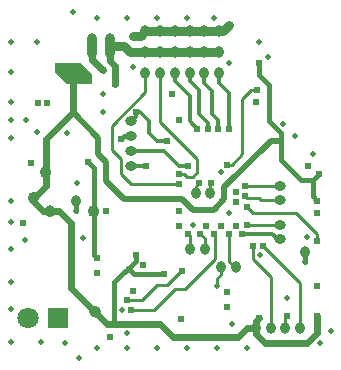
<source format=gbl>
G04 Layer: BottomLayer*
G04 EasyEDA v6.5.40, 2024-02-04 21:12:00*
G04 47bb9c72da8d420c99b3d15ae168fc4e,2e16165ee3bb4678bfb3015e44e098b9,10*
G04 Gerber Generator version 0.2*
G04 Scale: 100 percent, Rotated: No, Reflected: No *
G04 Dimensions in millimeters *
G04 leading zeros omitted , absolute positions ,4 integer and 5 decimal *
%FSLAX45Y45*%
%MOMM*%

%ADD10C,0.2500*%
%ADD11C,0.7500*%
%ADD12C,0.4000*%
%ADD13C,0.6000*%
%ADD14C,0.3000*%
%ADD15C,0.8000*%
%ADD16C,0.5000*%
%ADD17O,0.7999984X0.9999979999999999*%
%ADD18O,0.7999984X2.1999956000000003*%
%ADD19O,0.9999979999999999X0.7999984*%
%ADD20C,1.8000*%
%ADD21R,1.8000X1.8000*%
%ADD22C,0.6100*%
%ADD23C,0.6096*%
%ADD24C,0.5000*%
%ADD25C,0.0136*%

%LPD*%
G36*
X258216Y-609600D02*
G01*
X254304Y-608838D01*
X251002Y-606602D01*
X155397Y-510997D01*
X153162Y-507695D01*
X152400Y-503783D01*
X152400Y-441959D01*
X153162Y-438048D01*
X155397Y-434797D01*
X158648Y-432562D01*
X162560Y-431800D01*
X364083Y-431800D01*
X367995Y-432562D01*
X371297Y-434797D01*
X466902Y-530402D01*
X469138Y-533704D01*
X469900Y-537616D01*
X469900Y-599440D01*
X469138Y-603351D01*
X466902Y-606602D01*
X463651Y-608838D01*
X459740Y-609600D01*
G37*

%LPD*%
D10*
X1828800Y-1981200D02*
G01*
X1828800Y-2095500D01*
X1981200Y-2247900D01*
X1981200Y-2679700D01*
D11*
X920384Y-165100D02*
G01*
X882284Y-203200D01*
X812800Y-203200D01*
D12*
X508000Y-2082794D02*
G01*
X482600Y-2057394D01*
X482600Y-1689097D01*
D13*
X114300Y-1689100D02*
G01*
X190500Y-1689100D01*
X292100Y-1790700D01*
X292100Y-2336800D01*
X495300Y-2540000D01*
D10*
X1206500Y-1460500D02*
G01*
X800100Y-1460500D01*
X711200Y-1371600D01*
X711200Y-1244600D01*
X635000Y-1168400D01*
X635000Y-965200D01*
X920495Y-679704D01*
X920495Y-520700D01*
D14*
X1447800Y-990600D02*
G01*
X1447800Y-939800D01*
X1371600Y-863600D01*
X1371600Y-660400D01*
X1295400Y-584200D01*
X1295400Y-520700D01*
D10*
X1778000Y-1651000D02*
G01*
X1828800Y-1701800D01*
X2197100Y-1701800D01*
X2374900Y-1879600D01*
X2374900Y-1943100D01*
D13*
X1856234Y-2679700D02*
G01*
X1856234Y-2618234D01*
X1879600Y-2594869D01*
X1879600Y-2590800D01*
X495300Y-2540000D02*
G01*
X596900Y-2641600D01*
X1041400Y-2641600D01*
X1155700Y-2755900D01*
X1701800Y-2755900D01*
X1778000Y-2679700D01*
X1856231Y-2679700D01*
D10*
X1206500Y-1371600D02*
G01*
X1244600Y-1371600D01*
X1270000Y-1397000D01*
X1320800Y-1397000D01*
X1358900Y-1358900D01*
X1358900Y-1244600D01*
X1045463Y-931163D01*
X1045463Y-520700D01*
X1765300Y-1473200D02*
G01*
X2057400Y-1473200D01*
X1625600Y-1879600D02*
G01*
X1625600Y-2113780D01*
X1670819Y-2159000D01*
X1687093Y-2159000D01*
X1917700Y-1981200D02*
G01*
X2231136Y-2294636D01*
X2231136Y-2679700D01*
X2120894Y-2578094D02*
G01*
X2106183Y-2592806D01*
X2106183Y-2679689D01*
D14*
X1739900Y-1879600D02*
G01*
X1993900Y-1879600D01*
X2042693Y-1928393D01*
X2057400Y-1928393D01*
D10*
X1778000Y-1803400D02*
G01*
X2057400Y-1803400D01*
X1384300Y-1879600D02*
G01*
X1422400Y-1917700D01*
X1422400Y-2006600D01*
X1282700Y-1879600D02*
G01*
X1297409Y-1894309D01*
X1297409Y-2006600D01*
D14*
X1536700Y-990600D02*
G01*
X1536700Y-914400D01*
X1485900Y-863600D01*
X1485900Y-673100D01*
X1420368Y-607568D01*
X1420368Y-520700D01*
X1358900Y-990600D02*
G01*
X1295400Y-927100D01*
X1295400Y-711200D01*
X1170431Y-586231D01*
X1170431Y-520700D01*
X927097Y-1308097D02*
G01*
X923112Y-1304112D01*
X800100Y-1304112D01*
D13*
X622300Y-292100D02*
G01*
X622300Y-419100D01*
X660400Y-457200D01*
X660400Y-609600D01*
D11*
X1545379Y-342897D02*
G01*
X1420388Y-342897D01*
X1420388Y-342897D02*
G01*
X1295397Y-342897D01*
X1295397Y-342897D02*
G01*
X1170401Y-342897D01*
X1170401Y-342897D02*
G01*
X1045385Y-342897D01*
X920386Y-342897D02*
G01*
X1045385Y-342897D01*
D15*
X812797Y-342897D02*
G01*
X787397Y-342897D01*
X736597Y-292097D01*
X622297Y-292097D01*
X920386Y-342897D02*
G01*
X812797Y-342897D01*
D11*
X920386Y-165097D02*
G01*
X1045385Y-165097D01*
X1045385Y-165097D02*
G01*
X1170401Y-165097D01*
X1295397Y-165097D02*
G01*
X1170401Y-165097D01*
X1295397Y-165097D02*
G01*
X1420388Y-165097D01*
X1420388Y-165097D02*
G01*
X1545379Y-165097D01*
X1625597Y-114297D02*
G01*
X1574797Y-165097D01*
X1545379Y-165097D01*
D12*
X711200Y-1079500D02*
G01*
X736600Y-1054100D01*
X800100Y-1054100D01*
D14*
X1282700Y-1308100D02*
G01*
X1206500Y-1308100D01*
X1077468Y-1179068D01*
X800100Y-1179068D01*
X1625600Y-990600D02*
G01*
X1625600Y-685800D01*
X1545336Y-605536D01*
X1545336Y-520700D01*
D10*
X1473200Y-1447800D02*
G01*
X1471193Y-1449806D01*
X1471193Y-1536700D01*
X1371600Y-1447800D02*
G01*
X1346200Y-1473200D01*
X1346200Y-1536700D01*
D13*
X558800Y-495300D02*
G01*
X472186Y-408686D01*
X472186Y-292100D01*
D10*
X1866900Y-660400D02*
G01*
X1816094Y-660400D01*
X1739900Y-736594D01*
X1739900Y-1206494D01*
X1650994Y-1295400D01*
X1612900Y-1295400D01*
D13*
X304800Y-571500D02*
G01*
X304800Y-850900D01*
X76200Y-1079500D01*
X76200Y-1358900D01*
X76200Y-1358900D02*
G01*
X76200Y-1473197D01*
X-25400Y-1574797D01*
X-25400Y-1574797D02*
G01*
X-25400Y-1612897D01*
X50800Y-1689097D01*
X114300Y-1689097D01*
D12*
X838200Y-2057400D02*
G01*
X838200Y-2108200D01*
X656081Y-2290318D01*
X656081Y-2641600D01*
D14*
X1104897Y-1092197D02*
G01*
X1015997Y-1092197D01*
X952497Y-1028697D01*
X952497Y-927097D01*
X876297Y-850897D01*
X838197Y-850897D01*
X838200Y-850900D02*
G01*
X838200Y-891031D01*
X800100Y-929131D01*
D12*
X2070100Y-1092200D02*
G01*
X2070100Y-1257300D01*
X2235200Y-1422400D01*
X2336800Y-1422400D01*
X2387600Y-1371600D01*
X2374900Y-1600200D02*
G01*
X2336800Y-1562100D01*
X2336800Y-1422400D01*
X2070100Y-1092200D02*
G01*
X2070100Y-1028700D01*
X1968500Y-927100D01*
X1968500Y-622300D01*
X1879600Y-533400D01*
X1879600Y-431800D01*
X431800Y-1270000D02*
G01*
X482600Y-1320800D01*
X482600Y-1689100D01*
D10*
X1765297Y-1562097D02*
G01*
X1777997Y-1574797D01*
X1879597Y-1574797D01*
X1902993Y-1598193D01*
X2057400Y-1598193D01*
D16*
X304800Y-850900D02*
G01*
X520700Y-1066800D01*
X520700Y-1206500D01*
X584200Y-1270000D01*
X584200Y-1435100D01*
X736600Y-1587500D01*
X1231900Y-1587500D01*
X1320800Y-1676400D01*
X1498600Y-1676400D01*
X1587500Y-1587500D01*
X1587500Y-1485900D01*
X1981200Y-1092200D01*
X2070100Y-1092200D01*
D12*
X330200Y-1689100D02*
G01*
X330200Y-1600200D01*
X2273294Y-2120894D02*
G01*
X2273294Y-2031994D01*
D10*
X1231897Y-2197094D02*
G01*
X1219197Y-2197094D01*
X1104897Y-2311394D01*
X1104897Y-2311394D01*
X1015997Y-2311394D01*
X888997Y-2438394D01*
X761997Y-2438394D01*
X1498600Y-1879600D02*
G01*
X1511300Y-1892300D01*
X1511300Y-2095494D01*
X1257300Y-2349494D01*
X1168400Y-2349494D01*
X990594Y-2527300D01*
X800100Y-2527300D01*
X1562100Y-2165344D02*
G01*
X1562100Y-2222494D01*
X1524000Y-2260594D01*
X1524000Y-2324100D01*
D12*
X1079500Y-2222500D02*
G01*
X826007Y-2222500D01*
X774954Y-2171445D01*
D13*
X1856231Y-2679700D02*
G01*
X1856231Y-2732531D01*
X1930400Y-2806700D01*
X2286000Y-2806700D01*
X2374900Y-2717800D01*
X2374900Y-2578100D01*
D17*
G01*
X330200Y-1600200D03*
G01*
X2273300Y-2032000D03*
G01*
X1856206Y-2679700D03*
G01*
X1981200Y-2679700D03*
G01*
X2231212Y-2679700D03*
G01*
X2106193Y-2679700D03*
G01*
X1422400Y-2006600D03*
G01*
X1297406Y-2006600D03*
G01*
X1295400Y-342900D03*
G01*
X1170406Y-342900D03*
G01*
X1420393Y-342900D03*
G01*
X1545386Y-342900D03*
G01*
X1045387Y-342900D03*
G01*
X920394Y-342900D03*
G01*
X1295400Y-165100D03*
G01*
X1170406Y-165100D03*
G01*
X1420393Y-165100D03*
G01*
X1545386Y-165100D03*
G01*
X1045387Y-165100D03*
G01*
X920394Y-165100D03*
G01*
X1295400Y-520700D03*
G01*
X1170406Y-520700D03*
G01*
X1420393Y-520700D03*
G01*
X1545386Y-520700D03*
G01*
X1045387Y-520700D03*
G01*
X920394Y-520700D03*
D18*
G01*
X622300Y-292100D03*
G01*
X472287Y-292100D03*
D19*
G01*
X800100Y-929106D03*
G01*
X800100Y-1054100D03*
G01*
X800100Y-1304112D03*
G01*
X800100Y-1179093D03*
G01*
X2057400Y-1803400D03*
G01*
X2057400Y-1928393D03*
D17*
G01*
X1346200Y-1536700D03*
G01*
X1471193Y-1536700D03*
D19*
G01*
X2057400Y-1473200D03*
G01*
X2057400Y-1598193D03*
D17*
G01*
X1562100Y-2159000D03*
G01*
X1687093Y-2159000D03*
D16*
G75*
G01
X520294Y-2540000D02*
G03X520294Y-2540000I-24994J0D01*
G75*
G01
X507594Y-1689100D02*
G03X507594Y-1689100I-24994J0D01*
G75*
G01
X139294Y-1689100D02*
G03X139294Y-1689100I-24994J0D01*
G75*
G01
X-406Y-1574800D02*
G03X-406Y-1574800I-24994J0D01*
G75*
G01
X101194Y-1358900D02*
G03X101194Y-1358900I-24994J0D01*
D20*
G01*
X-76200Y-2590800D03*
D21*
G01*
X177800Y-2590800D03*
D22*
G01*
X812800Y-203200D03*
G01*
X1625600Y-114300D03*
G01*
X812800Y-342900D03*
G01*
X2298700Y-1308100D03*
G01*
X901700Y-2146300D03*
G01*
X508000Y-2209800D03*
G01*
X1206500Y-1816100D03*
G01*
X1206500Y-914400D03*
G01*
X12700Y-774700D03*
G01*
X88900Y-774700D03*
G01*
X558800Y-495300D03*
G01*
X419100Y-571500D03*
G01*
X304800Y-469900D03*
G01*
X190500Y-469900D03*
G01*
X660400Y-609600D03*
G01*
X1612900Y-2501900D03*
G01*
X1612900Y-2374900D03*
G01*
X1739900Y-1879600D03*
G01*
X1625600Y-1879600D03*
G01*
X1778000Y-1803400D03*
G01*
X1689100Y-1816100D03*
G01*
X431800Y-1270000D03*
G01*
X482600Y-1689100D03*
G01*
X584200Y-1689100D03*
G01*
X1206500Y-1689100D03*
G01*
X1143000Y-698500D03*
G01*
X927100Y-1308100D03*
G01*
X1625600Y-990600D03*
G01*
X1536700Y-990600D03*
G01*
X1447800Y-990600D03*
G01*
X1358900Y-990600D03*
G01*
X1473200Y-1447800D03*
G01*
X1282700Y-1308100D03*
D23*
G01*
X1371600Y-1447800D03*
G01*
X76200Y-1358900D03*
G01*
X-50800Y-1282700D03*
G01*
X-114300Y-1790700D03*
D22*
G01*
X508000Y-2082800D03*
D23*
G01*
X1282700Y-1879600D03*
G01*
X1384300Y-1879600D03*
G01*
X2120900Y-2578100D03*
G01*
X1498600Y-1879600D03*
G01*
X1562100Y-1816100D03*
G01*
X1435100Y-1816100D03*
G01*
X800100Y-2527300D03*
G01*
X1828800Y-1981200D03*
G01*
X1917700Y-1981200D03*
G01*
X1765300Y-1473200D03*
G01*
X1765300Y-1562100D03*
G01*
X1689100Y-1524000D03*
G01*
X2374900Y-1943100D03*
G01*
X1778000Y-1651000D03*
G01*
X1689100Y-1612900D03*
G01*
X711200Y-1079500D03*
G01*
X1206500Y-1460500D03*
G01*
X1206500Y-1371600D03*
G01*
X1612900Y-1295400D03*
G01*
X1866900Y-660400D03*
G01*
X1854200Y-762000D03*
G01*
X304800Y-571500D03*
G01*
X-25400Y-1574800D03*
G01*
X2374900Y-2324100D03*
G01*
X2374900Y-1701800D03*
G01*
X2374900Y-1600200D03*
G01*
X2387600Y-1371600D03*
G01*
X2070100Y-1092200D03*
G01*
X1879600Y-431800D03*
G01*
X114300Y-1689100D03*
G01*
X495300Y-2540000D03*
G01*
X622300Y-2755900D03*
G01*
X838200Y-2057400D03*
G01*
X1879600Y-2590800D03*
G01*
X2374900Y-2578100D03*
G01*
X1079500Y-2222500D03*
G01*
X1104900Y-1092200D03*
G01*
X838200Y-850900D03*
D24*
G01*
X2489200Y-2705100D03*
G01*
X2400300Y-2806700D03*
G01*
X1778000Y-2844800D03*
G01*
X1524000Y-2844800D03*
G01*
X1270000Y-2844800D03*
G01*
X1016000Y-2844800D03*
G01*
X762000Y-2844800D03*
G01*
X508000Y-2844800D03*
G01*
X355600Y-2933700D03*
G01*
X-215900Y-2794000D03*
G01*
X-215900Y-2514600D03*
G01*
X-215900Y-2286000D03*
G01*
X-215900Y-2006600D03*
G01*
X-215900Y-1778000D03*
G01*
X-215900Y-1600200D03*
G01*
X-215900Y-1066800D03*
G01*
X-215900Y-914400D03*
G01*
X-215900Y-762000D03*
G01*
X-215900Y-508000D03*
G01*
X-215900Y-254000D03*
G01*
X304800Y0D03*
G01*
X508000Y-50800D03*
G01*
X762000Y-50800D03*
G01*
X1016000Y-50800D03*
G01*
X1270000Y-50800D03*
G01*
X1498600Y-50800D03*
G01*
X1879600Y-254000D03*
G01*
X1955800Y-381000D03*
G01*
X2082800Y-952500D03*
G01*
X2184400Y-1054100D03*
G01*
X2336800Y-1206500D03*
G01*
X38100Y-2794000D03*
G01*
X241300Y-2806700D03*
G01*
X0Y-254000D03*
G01*
X762000Y-2717800D03*
G01*
X342900Y-1447800D03*
G01*
X1320800Y-1803400D03*
G01*
X1562100Y-1358900D03*
G01*
X1892300Y-2057400D03*
G01*
X558800Y-698500D03*
G01*
X558800Y-850900D03*
G01*
X0Y-1016000D03*
G01*
X88900Y-774700D03*
G01*
X254000Y-1028700D03*
G01*
X1778000Y-1651000D03*
G01*
X2286000Y-1905000D03*
G01*
X330200Y-1689100D03*
G01*
X1625600Y-1701800D03*
G01*
X2273300Y-2120900D03*
G01*
X2120900Y-2425700D03*
G01*
X-101600Y-1930400D03*
G01*
X393700Y-1917700D03*
G01*
X812800Y-469900D03*
G01*
X1625600Y-431800D03*
D22*
G01*
X1219200Y-2603500D03*
D23*
G01*
X1231900Y-2197100D03*
G01*
X762000Y-2438400D03*
G01*
X812800Y-2362200D03*
D24*
G01*
X723900Y-2527300D03*
G01*
X1651000Y-2641600D03*
G01*
X1524000Y-2324100D03*
G01*
X-88900Y-914400D03*
M02*

</source>
